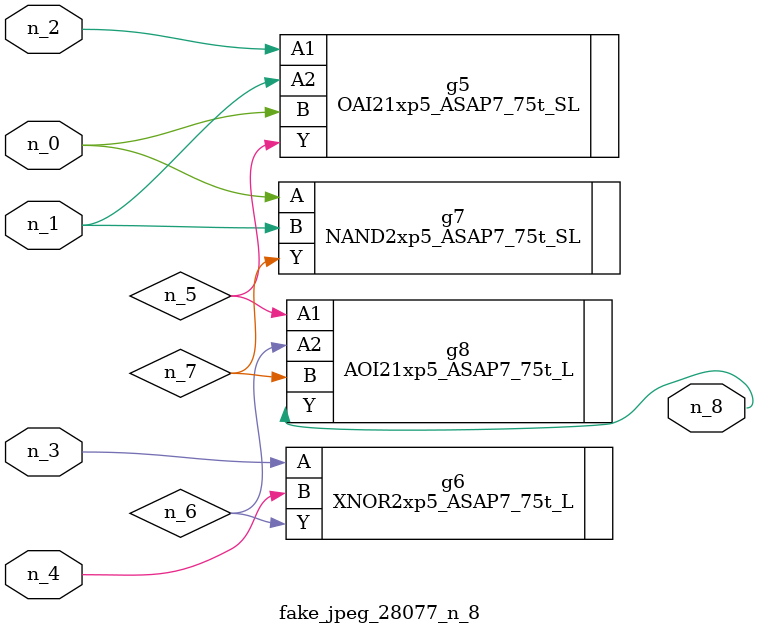
<source format=v>
module fake_jpeg_28077_n_8 (n_3, n_2, n_1, n_0, n_4, n_8);

input n_3;
input n_2;
input n_1;
input n_0;
input n_4;

output n_8;

wire n_6;
wire n_5;
wire n_7;

OAI21xp5_ASAP7_75t_SL g5 ( 
.A1(n_2),
.A2(n_1),
.B(n_0),
.Y(n_5)
);

XNOR2xp5_ASAP7_75t_L g6 ( 
.A(n_3),
.B(n_4),
.Y(n_6)
);

NAND2xp5_ASAP7_75t_SL g7 ( 
.A(n_0),
.B(n_1),
.Y(n_7)
);

AOI21xp5_ASAP7_75t_L g8 ( 
.A1(n_5),
.A2(n_6),
.B(n_7),
.Y(n_8)
);


endmodule
</source>
